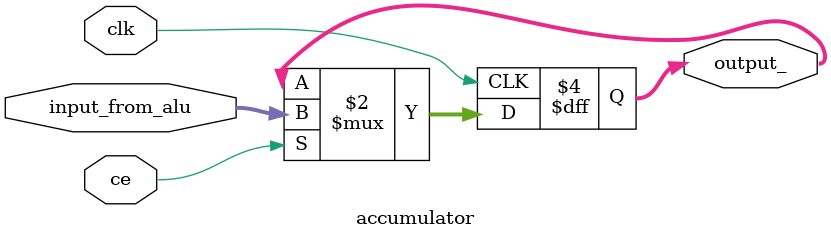
<source format=sv>
module accumulator(

    input [7:0] input_from_alu,
    output [7:0] output_,

    input clk,
    input ce
);

always_ff @(posedge clk) begin
    if(ce)
        output_ <= input_from_alu;
end

endmodule : accumulator
</source>
